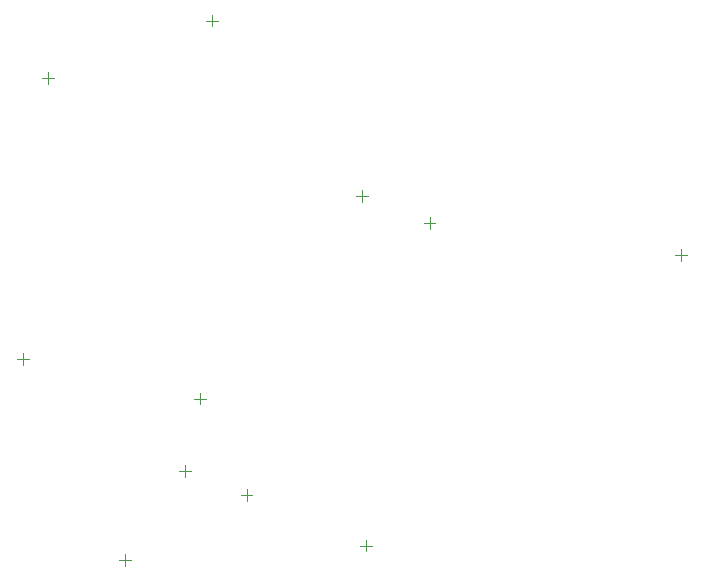
<source format=gbr>
%TF.GenerationSoftware,Altium Limited,Altium Designer,25.1.2 (22)*%
G04 Layer_Color=0*
%FSLAX25Y25*%
%MOIN*%
%TF.SameCoordinates,C6B27E67-7A8A-4C38-9DB9-D7D7B609FA95*%
%TF.FilePolarity,Positive*%
%TF.FileFunction,Other,Top_Component_Center*%
%TF.Part,Single*%
G01*
G75*
%TA.AperFunction,NonConductor*%
%ADD45C,0.00394*%
D45*
X227555Y212000D02*
X231492D01*
X229524Y210032D02*
Y213968D01*
X225394Y84031D02*
Y87968D01*
X223425Y86000D02*
X227362D01*
X278827Y37000D02*
X282764D01*
X280795Y35032D02*
Y38969D01*
X238976Y53937D02*
X242913D01*
X240945Y51968D02*
Y55905D01*
X220472Y59842D02*
Y63779D01*
X218504Y61811D02*
X222441D01*
X200394Y30315D02*
Y34252D01*
X198425Y32283D02*
X202362D01*
X385827Y131890D02*
Y135827D01*
X383858Y133858D02*
X387795D01*
X166535Y97244D02*
Y101181D01*
X164567Y99213D02*
X168504D01*
X300000Y144488D02*
X303937D01*
X301969Y142520D02*
Y146457D01*
X277559Y153543D02*
X281496D01*
X279528Y151575D02*
Y155512D01*
X174803Y190945D02*
Y194882D01*
X172835Y192913D02*
X176772D01*
%TF.MD5,a8384b7c4215e5074751738328c5bc6a*%
M02*

</source>
